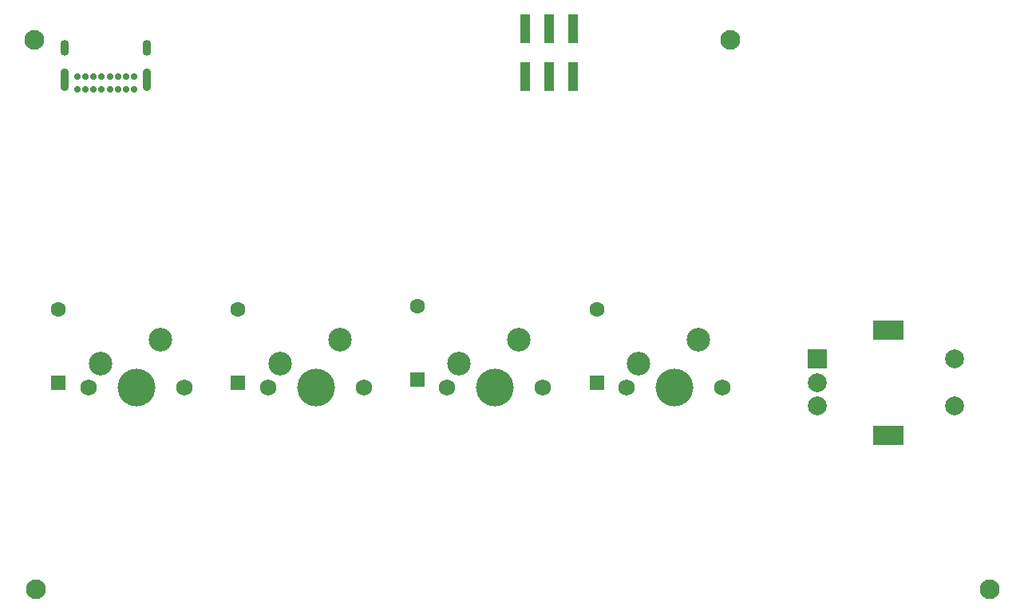
<source format=gts>
%TF.GenerationSoftware,KiCad,Pcbnew,9.0.7*%
%TF.CreationDate,2026-02-17T21:12:57+08:00*%
%TF.ProjectId,3rd testing,33726420-7465-4737-9469-6e672e6b6963,rev?*%
%TF.SameCoordinates,Original*%
%TF.FileFunction,Soldermask,Top*%
%TF.FilePolarity,Negative*%
%FSLAX46Y46*%
G04 Gerber Fmt 4.6, Leading zero omitted, Abs format (unit mm)*
G04 Created by KiCad (PCBNEW 9.0.7) date 2026-02-17 21:12:57*
%MOMM*%
%LPD*%
G01*
G04 APERTURE LIST*
%ADD10C,2.100000*%
%ADD11C,1.750000*%
%ADD12C,4.000000*%
%ADD13C,2.500000*%
%ADD14R,1.000000X3.150000*%
%ADD15R,2.000000X2.000000*%
%ADD16C,2.000000*%
%ADD17R,3.200000X2.000000*%
%ADD18R,1.600000X1.600000*%
%ADD19C,1.600000*%
%ADD20C,0.700000*%
%ADD21O,0.900000X1.700000*%
%ADD22O,0.900000X2.400000*%
G04 APERTURE END LIST*
D10*
%TO.C,REF\u002A\u002A*%
X167947500Y-106511250D03*
%TD*%
D11*
%TO.C,SW1*%
X72380000Y-85080000D03*
D12*
X77460000Y-85080000D03*
D11*
X82540000Y-85080000D03*
D13*
X73650000Y-82540000D03*
X80000000Y-80000000D03*
%TD*%
D14*
%TO.C,PROG1*%
X118664375Y-52045000D03*
X118664375Y-46995000D03*
X121204375Y-52045000D03*
X121204375Y-46995000D03*
X123744375Y-52045000D03*
X123744375Y-46995000D03*
%TD*%
D11*
%TO.C,SW2*%
X91380000Y-85080000D03*
D12*
X96460000Y-85080000D03*
D11*
X101540000Y-85080000D03*
D13*
X92650000Y-82540000D03*
X99000000Y-80000000D03*
%TD*%
D10*
%TO.C,REF\u002A\u002A*%
X66744375Y-106511250D03*
%TD*%
%TO.C,REF\u002A\u002A*%
X140413125Y-48170625D03*
%TD*%
D15*
%TO.C,SW6*%
X149685000Y-82055000D03*
D16*
X149685000Y-87055000D03*
X149685000Y-84555000D03*
D17*
X157185000Y-78955000D03*
X157185000Y-90155000D03*
D16*
X164185000Y-87055000D03*
X164185000Y-82055000D03*
%TD*%
D10*
%TO.C,REF\u002A\u002A*%
X66594375Y-48170625D03*
%TD*%
D11*
%TO.C,SW4*%
X129380000Y-85080000D03*
D12*
X134460000Y-85080000D03*
D11*
X139540000Y-85080000D03*
D13*
X130650000Y-82540000D03*
X137000000Y-80000000D03*
%TD*%
D11*
%TO.C,SW3*%
X110380000Y-85080000D03*
D12*
X115460000Y-85080000D03*
D11*
X120540000Y-85080000D03*
D13*
X111650000Y-82540000D03*
X118000000Y-80000000D03*
%TD*%
D18*
%TO.C,D4*%
X126275625Y-84536250D03*
D19*
X126275625Y-76736250D03*
%TD*%
D18*
%TO.C,D2*%
X88175625Y-84601875D03*
D19*
X88175625Y-76801875D03*
%TD*%
D20*
%TO.C,P1*%
X71200625Y-53386250D03*
X72050625Y-53386250D03*
X72900625Y-53386250D03*
X73750625Y-53386250D03*
X74600625Y-53386250D03*
X75450625Y-53386250D03*
X76300625Y-53386250D03*
X77150625Y-53386250D03*
X77150625Y-52036250D03*
X76300625Y-52036250D03*
X75450625Y-52036250D03*
X74600625Y-52036250D03*
X73750625Y-52036250D03*
X72900625Y-52036250D03*
X72050625Y-52036250D03*
X71200625Y-52036250D03*
D21*
X69850625Y-49026250D03*
D22*
X69850625Y-52406250D03*
D21*
X78500625Y-49026250D03*
D22*
X78500625Y-52406250D03*
%TD*%
D18*
%TO.C,D1*%
X69125625Y-84601875D03*
D19*
X69125625Y-76801875D03*
%TD*%
D18*
%TO.C,D3*%
X107225625Y-84217500D03*
D19*
X107225625Y-76417500D03*
%TD*%
M02*

</source>
